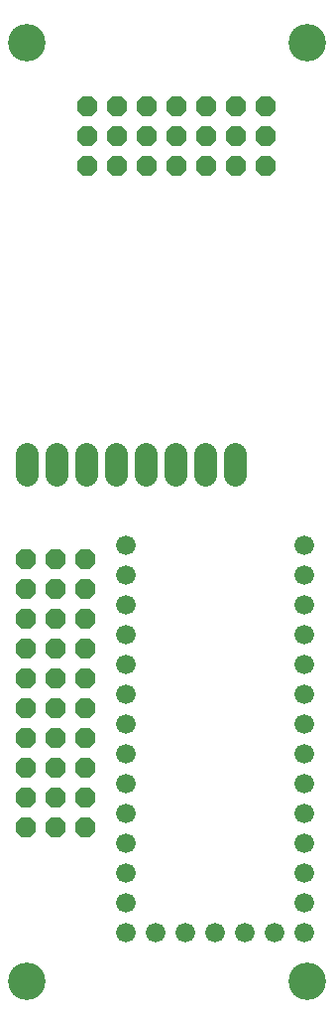
<source format=gbr>
G04 EAGLE Gerber RS-274X export*
G75*
%MOMM*%
%FSLAX34Y34*%
%LPD*%
%INSoldermask Top*%
%IPPOS*%
%AMOC8*
5,1,8,0,0,1.08239X$1,22.5*%
G01*
G04 Define Apertures*
%ADD10C,3.203200*%
%ADD11C,1.676400*%
%ADD12P,1.8695X8X202.5*%
%ADD13C,1.981200*%
%ADD14P,1.8695X8X292.5*%
D10*
X269903Y829846D03*
X30097Y829846D03*
X30000Y30000D03*
X270000Y30000D03*
D11*
X114312Y350200D03*
X114312Y324800D03*
X114312Y299400D03*
X114312Y274000D03*
X114312Y248600D03*
X114312Y223200D03*
X114312Y197800D03*
X114312Y172400D03*
X114312Y147000D03*
X114312Y121600D03*
X114312Y96200D03*
X114312Y70800D03*
X266712Y70800D03*
X266712Y96200D03*
X266712Y121600D03*
X266712Y147000D03*
X266712Y172400D03*
X266712Y197800D03*
X266712Y223200D03*
X266712Y248600D03*
X266712Y274000D03*
X266712Y299400D03*
X266712Y324800D03*
X114312Y375600D03*
X266712Y350200D03*
X114312Y401000D03*
X266712Y401000D03*
X266712Y375600D03*
X241312Y70800D03*
X215912Y70800D03*
X190512Y70800D03*
X165112Y70800D03*
X139712Y70800D03*
D12*
X234474Y724300D03*
X209074Y724300D03*
X183674Y724300D03*
X158274Y724300D03*
X132874Y724300D03*
X107474Y724300D03*
X82074Y724300D03*
X234474Y749700D03*
X209074Y749700D03*
X183674Y749700D03*
X158274Y749700D03*
X132874Y749700D03*
X107474Y749700D03*
X82074Y749700D03*
X234474Y775100D03*
X209074Y775100D03*
X183674Y775100D03*
X158274Y775100D03*
X132874Y775100D03*
X107474Y775100D03*
X82074Y775100D03*
D13*
X106500Y479490D02*
X106500Y461710D01*
X131900Y461710D02*
X131900Y479490D01*
X81100Y479490D02*
X81100Y461710D01*
X55700Y461710D02*
X55700Y479490D01*
X30300Y479490D02*
X30300Y461710D01*
X157300Y461710D02*
X157300Y479490D01*
X182700Y479490D02*
X182700Y461710D01*
X208100Y461710D02*
X208100Y479490D01*
D14*
X79900Y389842D03*
X79900Y364442D03*
X79900Y339042D03*
X79900Y313642D03*
X79900Y288242D03*
X79900Y262842D03*
X79900Y237442D03*
X79900Y212042D03*
X79900Y186642D03*
X79900Y161242D03*
X54500Y389842D03*
X54500Y364442D03*
X54500Y339042D03*
X54500Y313642D03*
X54500Y288242D03*
X54500Y262842D03*
X54500Y237442D03*
X54500Y212042D03*
X54500Y186642D03*
X54500Y161242D03*
X29100Y389842D03*
X29100Y364442D03*
X29100Y339042D03*
X29100Y313642D03*
X29100Y288242D03*
X29100Y262842D03*
X29100Y237442D03*
X29100Y212042D03*
X29100Y186642D03*
X29100Y161242D03*
M02*

</source>
